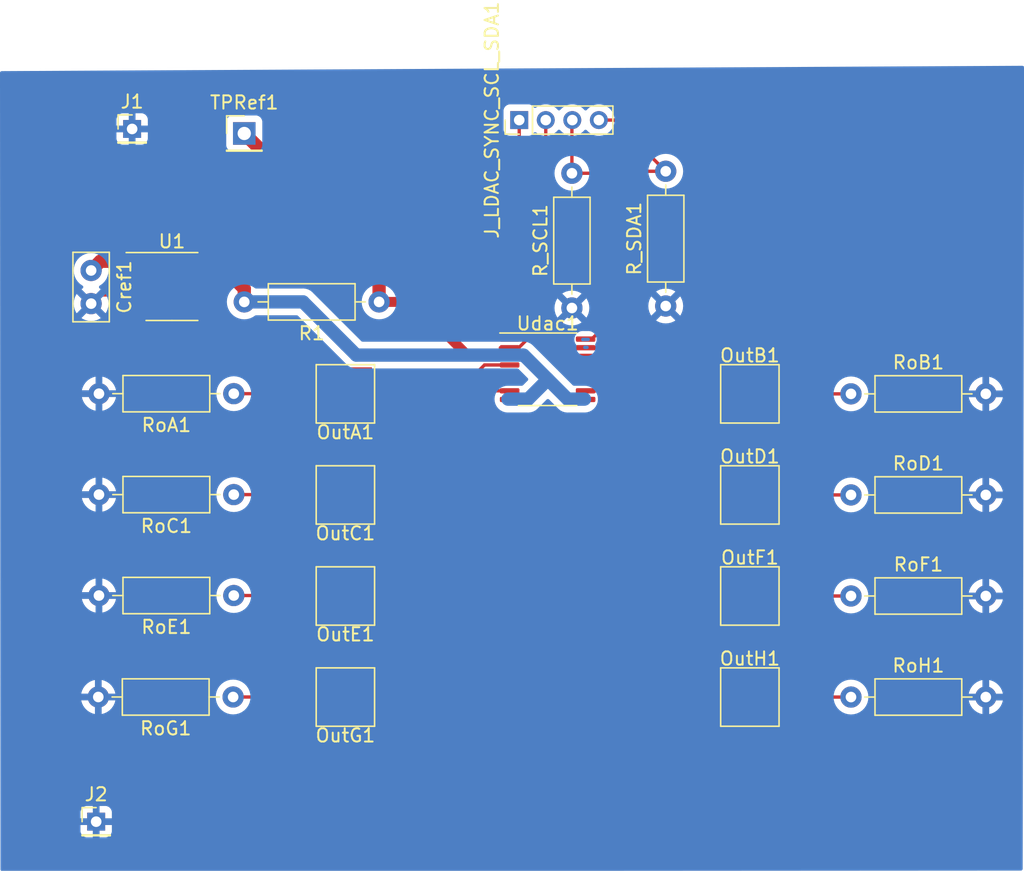
<source format=kicad_pcb>
(kicad_pcb (version 20211014) (generator pcbnew)
  (layers (0 "F.Cu" signal) (31 "B.Cu" signal) (34 "B.Paste" user) (35 "F.Paste" user) (36 "B.SilkS" user "B.Silkscreen") (37 "F.SilkS" user "F.Silkscreen") (38 "B.Mask" user) (39 "F.Mask" user) (44 "Edge.Cuts" user))
  (net 0 "")
  (net 1 "Net-(Udac1-Pad8)")
  (net 2 "GND")
  (net 3 "Net-(Udac1-Pad1)")
  (net 4 "Net-(Udac1-Pad2)")
  (net 5 "Net-(R_SCL1-Pad2)")
  (net 6 "Net-(R_SDA1-Pad2)")
  (net 7 "VoutA")
  (net 8 "VoutC")
  (net 9 "VoutD")
  (net 10 "Net-(OutE1-Pad1)")
  (net 11 "Net-(OutF1-Pad1)")
  (net 12 "Net-(OutG1-Pad1)")
  (net 13 "VoutH")
  (net 14 "+5V")
  (net 15 "VoutB")
  (footprint "Resistor_THT:R_Axial_DIN0207_L6.3mm_D2.5mm_P10.16mm_Horizontal" (layer "F.Cu") (at 37.31 105.96 180)
    (fp_text reference "RoE1" (at 5.08 -2.37) (layer "F.SilkS"))
    (fp_text value "1meg")
    (fp_line (start 1.81 -1.37) (end 1.81 1.37) (layer "F.SilkS") (width 0.12))
    (fp_line (start 1.81 1.37) (end 8.35 1.37) (layer "F.SilkS") (width 0.12))
    (fp_line (start 9.12 0) (end 8.35 0) (layer "F.SilkS") (width 0.12))
    (fp_line (start 8.35 1.37) (end 8.35 -1.37) (layer "F.SilkS") (width 0.12))
    (fp_line (start 8.35 -1.37) (end 1.81 -1.37) (layer "F.SilkS") (width 0.12))
    (fp_line (start 1.04 0) (end 1.81 0) (layer "F.SilkS") (width 0.12))
    (pad "1" thru_hole circle (at 0 0 180) (size 1.6 1.6) (drill 0.8) (layers *.Cu *.Mask) (net 10 "Net-(OutE1-Pad1)"))
    (pad "2" thru_hole oval (at 10.16 0 180) (size 1.6 1.6) (drill 0.8) (layers *.Cu *.Mask) (net 2 "GND"))
  )
  (footprint "TestPoint:TestPoint_Pad_4.0x4.0mm" (layer "F.Cu") (at 45.72 98.374639 180)
    (fp_text reference "OutC1" (at 0 -2.898) (layer "F.SilkS"))
    (fp_text value "TestPoint")
    (fp_line (start 2.2 2.2) (end -2.2 2.2) (layer "F.SilkS") (width 0.12))
    (fp_line (start -2.2 -2.2) (end 2.2 -2.2) (layer "F.SilkS") (width 0.12))
    (fp_line (start 2.2 -2.2) (end 2.2 2.2) (layer "F.SilkS") (width 0.12))
    (fp_line (start -2.2 2.2) (end -2.2 -2.2) (layer "F.SilkS") (width 0.12))
    (pad "1" smd rect (at 0 0 180) (size 4 4) (layers "F.Cu" "F.Mask") (net 8 "VoutC"))
  )
  (footprint "TestPoint:TestPoint_Pad_4.0x4.0mm" (layer "F.Cu") (at 76.2 98.374639)
    (fp_text reference "OutD1" (at 0 -2.898) (layer "F.SilkS"))
    (fp_text value "TestPoint")
    (fp_line (start 2.2 -2.2) (end 2.2 2.2) (layer "F.SilkS") (width 0.12))
    (fp_line (start -2.2 -2.2) (end 2.2 -2.2) (layer "F.SilkS") (width 0.12))
    (fp_line (start 2.2 2.2) (end -2.2 2.2) (layer "F.SilkS") (width 0.12))
    (fp_line (start -2.2 2.2) (end -2.2 -2.2) (layer "F.SilkS") (width 0.12))
    (pad "1" smd rect (at 0 0) (size 4 4) (layers "F.Cu" "F.Mask") (net 9 "VoutD"))
  )
  (footprint "TestPoint:TestPoint_Pad_4.0x4.0mm" (layer "F.Cu") (at 45.72 105.994639 180)
    (fp_text reference "OutE1" (at 0 -2.898) (layer "F.SilkS"))
    (fp_text value "TestPoint")
    (fp_line (start -2.2 2.2) (end -2.2 -2.2) (layer "F.SilkS") (width 0.12))
    (fp_line (start 2.2 2.2) (end -2.2 2.2) (layer "F.SilkS") (width 0.12))
    (fp_line (start 2.2 -2.2) (end 2.2 2.2) (layer "F.SilkS") (width 0.12))
    (fp_line (start -2.2 -2.2) (end 2.2 -2.2) (layer "F.SilkS") (width 0.12))
    (pad "1" smd rect (at 0 0 180) (size 4 4) (layers "F.Cu" "F.Mask") (net 10 "Net-(OutE1-Pad1)"))
  )
  (footprint "TestPoint:TestPoint_Pad_4.0x4.0mm" (layer "F.Cu") (at 76.2 105.994639)
    (fp_text reference "OutF1" (at 0 -2.898) (layer "F.SilkS"))
    (fp_text value "TestPoint")
    (fp_line (start 2.2 -2.2) (end 2.2 2.2) (layer "F.SilkS") (width 0.12))
    (fp_line (start -2.2 -2.2) (end 2.2 -2.2) (layer "F.SilkS") (width 0.12))
    (fp_line (start -2.2 2.2) (end -2.2 -2.2) (layer "F.SilkS") (width 0.12))
    (fp_line (start 2.2 2.2) (end -2.2 2.2) (layer "F.SilkS") (width 0.12))
    (pad "1" smd rect (at 0 0) (size 4 4) (layers "F.Cu" "F.Mask") (net 11 "Net-(OutF1-Pad1)"))
  )
  (footprint "TestPoint:TestPoint_Pad_4.0x4.0mm" (layer "F.Cu") (at 76.2 113.614639)
    (fp_text reference "OutH1" (at 0 -2.898) (layer "F.SilkS"))
    (fp_text value "TestPoint")
    (fp_line (start 2.2 2.2) (end -2.2 2.2) (layer "F.SilkS") (width 0.12))
    (fp_line (start -2.2 2.2) (end -2.2 -2.2) (layer "F.SilkS") (width 0.12))
    (fp_line (start 2.2 -2.2) (end 2.2 2.2) (layer "F.SilkS") (width 0.12))
    (fp_line (start -2.2 -2.2) (end 2.2 -2.2) (layer "F.SilkS") (width 0.12))
    (pad "1" smd rect (at 0 0) (size 4 4) (layers "F.Cu" "F.Mask") (net 13 "VoutH"))
  )
  (footprint "Capacitor_THT:C_Disc_D5.0mm_W2.5mm_P2.50mm" (layer "F.Cu") (at 26.56 81.45 -90)
    (fp_text reference "Cref1" (at 1.25 -2.5 90) (layer "F.SilkS"))
    (fp_text value "100n")
    (fp_line (start -1.37 1.37) (end 3.87 1.37) (layer "F.SilkS") (width 0.12))
    (fp_line (start -1.37 -1.37) (end 3.87 -1.37) (layer "F.SilkS") (width 0.12))
    (fp_line (start -1.37 -1.37) (end -1.37 1.37) (layer "F.SilkS") (width 0.12))
    (fp_line (start 3.87 -1.37) (end 3.87 1.37) (layer "F.SilkS") (width 0.12))
    (pad "1" thru_hole circle (at 0 0 270) (size 1.6 1.6) (drill 0.8) (layers *.Cu *.Mask) (net 1 "Net-(Udac1-Pad8)"))
    (pad "2" thru_hole circle (at 2.5 0 270) (size 1.6 1.6) (drill 0.8) (layers *.Cu *.Mask) (net 2 "GND"))
  )
  (footprint "Connector_PinHeader_2.00mm:PinHeader_1x01_P2.00mm_Vertical" (layer "F.Cu") (at 29.65 70.78)
    (fp_text reference "J1" (at 0 -2.06) (layer "F.SilkS"))
    (fp_text value "Conn_01x01_Male")
    (fp_line (start -1.06 1) (end -1.06 1.06) (layer "F.SilkS") (width 0.12))
    (fp_line (start -1.06 1.06) (end 1.06 1.06) (layer "F.SilkS") (width 0.12))
    (fp_line (start -1.06 1) (end 1.06 1) (layer "F.SilkS") (width 0.12))
    (fp_line (start -1.06 0) (end -1.06 -1.06) (layer "F.SilkS") (width 0.12))
    (fp_line (start -1.06 -1.06) (end 0 -1.06) (layer "F.SilkS") (width 0.12))
    (fp_line (start 1.06 1) (end 1.06 1.06) (layer "F.SilkS") (width 0.12))
    (pad "1" thru_hole rect (at 0 0) (size 1.35 1.35) (drill 0.8) (layers *.Cu *.Mask) (net 2 "GND"))
  )
  (footprint "Resistor_THT:R_Axial_DIN0207_L6.3mm_D2.5mm_P10.16mm_Horizontal" (layer "F.Cu") (at 37.31 98.35 180)
    (fp_text reference "RoC1" (at 5.08 -2.37) (layer "F.SilkS"))
    (fp_text value "1meg")
    (fp_line (start 9.12 0) (end 8.35 0) (layer "F.SilkS") (width 0.12))
    (fp_line (start 1.04 0) (end 1.81 0) (layer "F.SilkS") (width 0.12))
    (fp_line (start 1.81 1.37) (end 8.35 1.37) (layer "F.SilkS") (width 0.12))
    (fp_line (start 1.81 -1.37) (end 1.81 1.37) (layer "F.SilkS") (width 0.12))
    (fp_line (start 8.35 -1.37) (end 1.81 -1.37) (layer "F.SilkS") (width 0.12))
    (fp_line (start 8.35 1.37) (end 8.35 -1.37) (layer "F.SilkS") (width 0.12))
    (pad "1" thru_hole circle (at 0 0 180) (size 1.6 1.6) (drill 0.8) (layers *.Cu *.Mask) (net 8 "VoutC"))
    (pad "2" thru_hole oval (at 10.16 0 180) (size 1.6 1.6) (drill 0.8) (layers *.Cu *.Mask) (net 2 "GND"))
  )
  (footprint "Connector_PinHeader_2.00mm:PinHeader_1x04_P2.00mm_Vertical" (layer "F.Cu") (at 58.82 70.11 90)
    (fp_text reference "J_LDAC_SYNC_SCL_SDA1" (at 0 -2.06 90) (layer "F.SilkS"))
    (fp_text value "Conn_01x04_Male")
    (fp_line (start 1.06 1) (end 1.06 7.06) (layer "F.SilkS") (width 0.12))
    (fp_line (start -1.06 1) (end -1.06 7.06) (layer "F.SilkS") (width 0.12))
    (fp_line (start -1.06 1) (end 1.06 1) (layer "F.SilkS") (width 0.12))
    (fp_line (start -1.06 7.06) (end 1.06 7.06) (layer "F.SilkS") (width 0.12))
    (fp_line (start -1.06 -1.06) (end 0 -1.06) (layer "F.SilkS") (width 0.12))
    (fp_line (start -1.06 0) (end -1.06 -1.06) (layer "F.SilkS") (width 0.12))
    (pad "1" thru_hole rect (at 0 0 90) (size 1.35 1.35) (drill 0.8) (layers *.Cu *.Mask) (net 3 "Net-(Udac1-Pad1)"))
    (pad "2" thru_hole oval (at 0 2 90) (size 1.35 1.35) (drill 0.8) (layers *.Cu *.Mask) (net 4 "Net-(Udac1-Pad2)"))
    (pad "3" thru_hole oval (at 0 4 90) (size 1.35 1.35) (drill 0.8) (layers *.Cu *.Mask) (net 5 "Net-(R_SCL1-Pad2)"))
    (pad "4" thru_hole oval (at 0 6 90) (size 1.35 1.35) (drill 0.8) (layers *.Cu *.Mask) (net 6 "Net-(R_SDA1-Pad2)"))
  )
  (footprint "Connector_PinHeader_2.54mm:PinHeader_1x01_P2.54mm_Vertical" (layer "F.Cu") (at 38.1 71.12)
    (fp_text reference "TPRef1" (at 0 -2.33) (layer "F.SilkS"))
    (fp_text value "Conn_01x01_Male")
    (fp_line (start -1.33 1.33) (end 1.33 1.33) (layer "F.SilkS") (width 0.12))
    (fp_line (start -1.33 1.27) (end 1.33 1.27) (layer "F.SilkS") (width 0.12))
    (fp_line (start -1.33 0) (end -1.33 -1.33) (layer "F.SilkS") (width 0.12))
    (fp_line (start 1.33 1.27) (end 1.33 1.33) (layer "F.SilkS") (width 0.12))
    (fp_line (start -1.33 1.27) (end -1.33 1.33) (layer "F.SilkS") (width 0.12))
    (fp_line (start -1.33 -1.33) (end 0 -1.33) (layer "F.SilkS") (width 0.12))
    (pad "1" thru_hole rect (at 0 0) (size 1.7 1.7) (drill 1) (layers *.Cu *.Mask) (net 14 "+5V"))
  )
  (footprint "Package_SO:SOIC-8_3.9x4.9mm_P1.27mm" (layer "F.Cu") (at 32.65 82.66)
    (fp_text reference "U1" (at 0 -3.4) (layer "F.SilkS"))
    (fp_text value "TL431D")
    (fp_line (start 0 2.56) (end -1.95 2.56) (layer "F.SilkS") (width 0.12))
    (fp_line (start 0 2.56) (end 1.95 2.56) (layer "F.SilkS") (width 0.12))
    (fp_line (start 0 -2.56) (end 1.95 -2.56) (layer "F.SilkS") (width 0.12))
    (fp_line (start 0 -2.56) (end -3.45 -2.56) (layer "F.SilkS") (width 0.12))
    (pad "1" smd roundrect (at -2.475 -1.905) (size 1.95 0.6) (layers "F.Cu" "F.Paste" "F.Mask") (net 1 "Net-(Udac1-Pad8)"))
    (pad "2" smd roundrect (at -2.475 -0.635) (size 1.95 0.6) (layers "F.Cu" "F.Paste" "F.Mask") (net 2 "GND"))
    (pad "3" smd roundrect (at -2.475 0.635) (size 1.95 0.6) (layers "F.Cu" "F.Paste" "F.Mask") (net 2 "GND"))
    (pad "4" smd roundrect (at -2.475 1.905) (size 1.95 0.6) (layers "F.Cu" "F.Paste" "F.Mask"))
    (pad "5" smd roundrect (at 2.475 1.905) (size 1.95 0.6) (layers "F.Cu" "F.Paste" "F.Mask"))
    (pad "6" smd roundrect (at 2.475 0.635) (size 1.95 0.6) (layers "F.Cu" "F.Paste" "F.Mask") (net 2 "GND"))
    (pad "7" smd roundrect (at 2.475 -0.635) (size 1.95 0.6) (layers "F.Cu" "F.Paste" "F.Mask") (net 2 "GND"))
    (pad "8" smd roundrect (at 2.475 -1.905) (size 1.95 0.6) (layers "F.Cu" "F.Paste" "F.Mask") (net 1 "Net-(Udac1-Pad8)"))
  )
  (footprint "Resistor_THT:R_Axial_DIN0207_L6.3mm_D2.5mm_P10.16mm_Horizontal" (layer "F.Cu") (at 83.82 98.374639)
    (fp_text reference "RoD1" (at 5.08 -2.37) (layer "F.SilkS"))
    (fp_text value "1meg")
    (fp_line (start 9.12 0) (end 8.35 0) (layer "F.SilkS") (width 0.12))
    (fp_line (start 1.81 1.37) (end 8.35 1.37) (layer "F.SilkS") (width 0.12))
    (fp_line (start 1.81 -1.37) (end 1.81 1.37) (layer "F.SilkS") (width 0.12))
    (fp_line (start 1.04 0) (end 1.81 0) (layer "F.SilkS") (width 0.12))
    (fp_line (start 8.35 1.37) (end 8.35 -1.37) (layer "F.SilkS") (width 0.12))
    (fp_line (start 8.35 -1.37) (end 1.81 -1.37) (layer "F.SilkS") (width 0.12))
    (pad "1" thru_hole circle (at 0 0) (size 1.6 1.6) (drill 0.8) (layers *.Cu *.Mask) (net 9 "VoutD"))
    (pad "2" thru_hole oval (at 10.16 0) (size 1.6 1.6) (drill 0.8) (layers *.Cu *.Mask) (net 2 "GND"))
  )
  (footprint "Resistor_THT:R_Axial_DIN0207_L6.3mm_D2.5mm_P10.16mm_Horizontal" (layer "F.Cu") (at 83.82 105.994639)
    (fp_text reference "RoF1" (at 5.08 -2.37) (layer "F.SilkS"))
    (fp_text value "1meg")
    (fp_line (start 1.81 -1.37) (end 1.81 1.37) (layer "F.SilkS") (width 0.12))
    (fp_line (start 1.81 1.37) (end 8.35 1.37) (layer "F.SilkS") (width 0.12))
    (fp_line (start 8.35 -1.37) (end 1.81 -1.37) (layer "F.SilkS") (width 0.12))
    (fp_line (start 9.12 0) (end 8.35 0) (layer "F.SilkS") (width 0.12))
    (fp_line (start 1.04 0) (end 1.81 0) (layer "F.SilkS") (width 0.12))
    (fp_line (start 8.35 1.37) (end 8.35 -1.37) (layer "F.SilkS") (width 0.12))
    (pad "1" thru_hole circle (at 0 0) (size 1.6 1.6) (drill 0.8) (layers *.Cu *.Mask) (net 11 "Net-(OutF1-Pad1)"))
    (pad "2" thru_hole oval (at 10.16 0) (size 1.6 1.6) (drill 0.8) (layers *.Cu *.Mask) (net 2 "GND"))
  )
  (footprint "Package_SO:TSSOP-16_4.4x5mm_P0.65mm" (layer "F.Cu") (at 60.96 88.9)
    (fp_text reference "Udac1" (at 0 -3.45) (layer "F.SilkS"))
    (fp_text value "DAC5578xPW")
    (fp_line (start 0 -2.735) (end 2.2 -2.735) (layer "F.SilkS") (width 0.12))
    (fp_line (start 0 2.735) (end 2.2 2.735) (layer "F.SilkS") (width 0.12))
    (fp_line (start 0 -2.735) (end -3.6 -2.735) (layer "F.SilkS") (width 0.12))
    (fp_line (start 0 2.735) (end -2.2 2.735) (layer "F.SilkS") (width 0.12))
    (pad "1" smd roundrect (at -2.8625 -2.275) (size 1.475 0.4) (layers "F.Cu" "F.Paste" "F.Mask") (net 3 "Net-(Udac1-Pad1)"))
    (pad "2" smd roundrect (at -2.8625 -1.625) (size 1.475 0.4) (layers "F.Cu" "F.Paste" "F.Mask") (net 4 "Net-(Udac1-Pad2)"))
    (pad "3" smd roundrect (at -2.8625 -0.975) (size 1.475 0.4) (layers "F.Cu" "F.Paste" "F.Mask") (net 14 "+5V"))
    (pad "4" smd roundrect (at -2.8625 -0.325) (size 1.475 0.4) (layers "F.Cu" "F.Paste" "F.Mask") (net 7 "VoutA"))
    (pad "5" smd roundrect (at -2.8625 0.325) (size 1.475 0.4) (layers "F.Cu" "F.Paste" "F.Mask") (net 8 "VoutC"))
    (pad "6" smd roundrect (at -2.8625 0.975) (size 1.475 0.4) (layers "F.Cu" "F.Paste" "F.Mask") (net 10 "Net-(OutE1-Pad1)"))
    (pad "7" smd roundrect (at -2.8625 1.625) (size 1.475 0.4) (layers "F.Cu" "F.Paste" "F.Mask") (net 12 "Net-(OutG1-Pad1)"))
    (pad "8" smd roundrect (at -2.8625 2.275) (size 1.475 0.4) (layers "F.Cu" "F.Paste" "F.Mask") (net 1 "Net-(Udac1-Pad8)"))
    (pad "9" smd roundrect (at 2.8625 2.275) (size 1.475 0.4) (layers "F.Cu" "F.Paste" "F.Mask") (net 1 "Net-(Udac1-Pad8)"))
    (pad "10" smd roundrect (at 2.8625 1.625) (size 1.475 0.4) (layers "F.Cu" "F.Paste" "F.Mask") (net 13 "VoutH"))
    (pad "11" smd roundrect (at 2.8625 0.975) (size 1.475 0.4) (layers "F.Cu" "F.Paste" "F.Mask") (net 11 "Net-(OutF1-Pad1)"))
    (pad "12" smd roundrect (at 2.8625 0.325) (size 1.475 0.4) (layers "F.Cu" "F.Paste" "F.Mask") (net 9 "VoutD"))
    (pad "13" smd roundrect (at 2.8625 -0.325) (size 1.475 0.4) (layers "F.Cu" "F.Paste" "F.Mask") (net 15 "VoutB"))
    (pad "14" smd roundrect (at 2.8625 -0.975) (size 1.475 0.4) (layers "F.Cu" "F.Paste" "F.Mask") (net 2 "GND"))
    (pad "15" smd roundrect (at 2.8625 -1.625) (size 1.475 0.4) (layers "F.Cu" "F.Paste" "F.Mask") (net 6 "Net-(R_SDA1-Pad2)"))
    (pad "16" smd roundrect (at 2.8625 -2.275) (size 1.475 0.4) (layers "F.Cu" "F.Paste" "F.Mask") (net 5 "Net-(R_SCL1-Pad2)"))
  )
  (footprint "Connector_PinHeader_2.00mm:PinHeader_1x01_P2.00mm_Vertical" (layer "F.Cu") (at 26.94 123.01)
    (fp_text reference "J2" (at 0 -2.06) (layer "F.SilkS"))
    (fp_text value "Conn_01x01_Male")
    (fp_line (start -1.06 -1.06) (end 0 -1.06) (layer "F.SilkS") (width 0.12))
    (fp_line (start -1.06 1) (end 1.06 1) (layer "F.SilkS") (width 0.12))
    (fp_line (start -1.06 0) (end -1.06 -1.06) (layer "F.SilkS") (width 0.12))
    (fp_line (start -1.06 1.06) (end 1.06 1.06) (layer "F.SilkS") (width 0.12))
    (fp_line (start -1.06 1) (end -1.06 1.06) (layer "F.SilkS") (width 0.12))
    (fp_line (start 1.06 1) (end 1.06 1.06) (layer "F.SilkS") (width 0.12))
    (pad "1" thru_hole rect (at 0 0) (size 1.35 1.35) (drill 0.8) (layers *.Cu *.Mask) (net 2 "GND"))
  )
  (footprint "Resistor_THT:R_Axial_DIN0207_L6.3mm_D2.5mm_P10.16mm_Horizontal" (layer "F.Cu") (at 62.79 84.28 90)
    (fp_text reference "R_SCL1" (at 5.08 -2.37 90) (layer "F.SilkS"))
    (fp_text value "10k")
    (fp_line (start 9.12 0) (end 8.35 0) (layer "F.SilkS") (width 0.12))
    (fp_line (start 1.81 -1.37) (end 1.81 1.37) (layer "F.SilkS") (width 0.12))
    (fp_line (start 1.81 1.37) (end 8.35 1.37) (layer "F.SilkS") (width 0.12))
    (fp_line (start 1.04 0) (end 1.81 0) (layer "F.SilkS") (width 0.12))
    (fp_line (start 8.35 1.37) (end 8.35 -1.37) (layer "F.SilkS") (width 0.12))
    (fp_line (start 8.35 -1.37) (end 1.81 -1.37) (layer "F.SilkS") (width 0.12))
    (pad "1" thru_hole circle (at 0 0 90) (size 1.6 1.6) (drill 0.8) (layers *.Cu *.Mask) (net 2 "GND"))
    (pad "2" thru_hole oval (at 10.16 0 90) (size 1.6 1.6) (drill 0.8) (layers *.Cu *.Mask) (net 5 "Net-(R_SCL1-Pad2)"))
  )
  (footprint "Resistor_THT:R_Axial_DIN0207_L6.3mm_D2.5mm_P10.16mm_Horizontal" (layer "F.Cu") (at 48.26 83.82 180)
    (fp_text reference "R1" (at 5.08 -2.37) (layer "F.SilkS"))
    (fp_text value "R")
    (fp_line (start 1.04 0) (end 1.81 0) (layer "F.SilkS") (width 0.12))
    (fp_line (start 1.81 -1.37) (end 1.81 1.37) (layer "F.SilkS") (width 0.12))
    (fp_line (start 1.81 1.37) (end 8.35 1.37) (layer "F.SilkS") (width 0.12))
    (fp_line (start 8.35 1.37) (end 8.35 -1.37) (layer "F.SilkS") (width 0.12))
    (fp_line (start 8.35 -1.37) (end 1.81 -1.37) (layer "F.SilkS") (width 0.12))
    (fp_line (start 9.12 0) (end 8.35 0) (layer "F.SilkS") (width 0.12))
    (pad "1" thru_hole circle (at 0 0 180) (size 1.6 1.6) (drill 0.8) (layers *.Cu *.Mask) (net 14 "+5V"))
    (pad "2" thru_hole oval (at 10.16 0 180) (size 1.6 1.6) (drill 0.8) (layers *.Cu *.Mask) (net 1 "Net-(Udac1-Pad8)"))
  )
  (footprint "Resistor_THT:R_Axial_DIN0207_L6.3mm_D2.5mm_P10.16mm_Horizontal" (layer "F.Cu") (at 37.31 90.74 180)
    (fp_text reference "RoA1" (at 5.08 -2.37) (layer "F.SilkS"))
    (fp_text value "1meg")
    (fp_line (start 8.35 -1.37) (end 1.81 -1.37) (layer "F.SilkS") (width 0.12))
    (fp_line (start 9.12 0) (end 8.35 0) (layer "F.SilkS") (width 0.12))
    (fp_line (start 1.81 -1.37) (end 1.81 1.37) (layer "F.SilkS") (width 0.12))
    (fp_line (start 8.35 1.37) (end 8.35 -1.37) (layer "F.SilkS") (width 0.12))
    (fp_line (start 1.04 0) (end 1.81 0) (layer "F.SilkS") (width 0.12))
    (fp_line (start 1.81 1.37) (end 8.35 1.37) (layer "F.SilkS") (width 0.12))
    (pad "1" thru_hole circle (at 0 0 180) (size 1.6 1.6) (drill 0.8) (layers *.Cu *.Mask) (net 7 "VoutA"))
    (pad "2" thru_hole oval (at 10.16 0 180) (size 1.6 1.6) (drill 0.8) (layers *.Cu *.Mask) (net 2 "GND"))
  )
  (footprint "TestPoint:TestPoint_Pad_4.0x4.0mm" (layer "F.Cu") (at 45.72 90.754639 180)
    (fp_text reference "OutA1" (at 0 -2.898) (layer "F.SilkS"))
    (fp_text value "TestPoint")
    (fp_line (start 2.2 -2.2) (end 2.2 2.2) (layer "F.SilkS") (width 0.12))
    (fp_line (start -2.2 -2.2) (end 2.2 -2.2) (layer "F.SilkS") (width 0.12))
    (fp_line (start 2.2 2.2) (end -2.2 2.2) (layer "F.SilkS") (width 0.12))
    (fp_line (start -2.2 2.2) (end -2.2 -2.2) (layer "F.SilkS") (width 0.12))
    (pad "1" smd rect (at 0 0 180) (size 4 4) (layers "F.Cu" "F.Mask") (net 7 "VoutA"))
  )
  (footprint "TestPoint:TestPoint_Pad_4.0x4.0mm" (layer "F.Cu") (at 45.72 113.614639 180)
    (fp_text reference "OutG1" (at 0 -2.898) (layer "F.SilkS"))
    (fp_text value "TestPoint")
    (fp_line (start -2.2 2.2) (end -2.2 -2.2) (layer "F.SilkS") (width 0.12))
    (fp_line (start 2.2 2.2) (end -2.2 2.2) (layer "F.SilkS") (width 0.12))
    (fp_line (start 2.2 -2.2) (end 2.2 2.2) (layer "F.SilkS") (width 0.12))
    (fp_line (start -2.2 -2.2) (end 2.2 -2.2) (layer "F.SilkS") (width 0.12))
    (pad "1" smd rect (at 0 0 180) (size 4 4) (layers "F.Cu" "F.Mask") (net 12 "Net-(OutG1-Pad1)"))
  )
  (footprint "Resistor_THT:R_Axial_DIN0207_L6.3mm_D2.5mm_P10.16mm_Horizontal" (layer "F.Cu") (at 83.82 113.614639)
    (fp_text reference "RoH1" (at 5.08 -2.37) (layer "F.SilkS"))
    (fp_text value "1meg")
    (fp_line (start 1.81 -1.37) (end 1.81 1.37) (layer "F.SilkS") (width 0.12))
    (fp_line (start 1.81 1.37) (end 8.35 1.37) (layer "F.SilkS") (width 0.12))
    (fp_line (start 9.12 0) (end 8.35 0) (layer "F.SilkS") (width 0.12))
    (fp_line (start 1.04 0) (end 1.81 0) (layer "F.SilkS") (width 0.12))
    (fp_line (start 8.35 -1.37) (end 1.81 -1.37) (layer "F.SilkS") (width 0.12))
    (fp_line (start 8.35 1.37) (end 8.35 -1.37) (layer "F.SilkS") (width 0.12))
    (pad "1" thru_hole circle (at 0 0) (size 1.6 1.6) (drill 0.8) (layers *.Cu *.Mask) (net 13 "VoutH"))
    (pad "2" thru_hole oval (at 10.16 0) (size 1.6 1.6) (drill 0.8) (layers *.Cu *.Mask) (net 2 "GND"))
  )
  (footprint "TestPoint:TestPoint_Pad_4.0x4.0mm" (layer "F.Cu") (at 76.2 90.754639)
    (fp_text reference "OutB1" (at 0 -2.898) (layer "F.SilkS"))
    (fp_text value "TestPoint")
    (fp_line (start 2.2 2.2) (end -2.2 2.2) (layer "F.SilkS") (width 0.12))
    (fp_line (start -2.2 2.2) (end -2.2 -2.2) (layer "F.SilkS") (width 0.12))
    (fp_line (start -2.2 -2.2) (end 2.2 -2.2) (layer "F.SilkS") (width 0.12))
    (fp_line (start 2.2 -2.2) (end 2.2 2.2) (layer "F.SilkS") (width 0.12))
    (pad "1" smd rect (at 0 0) (size 4 4) (layers "F.Cu" "F.Mask") (net 15 "VoutB"))
  )
  (footprint "Resistor_THT:R_Axial_DIN0207_L6.3mm_D2.5mm_P10.16mm_Horizontal" (layer "F.Cu") (at 69.86 84.13 90)
    (fp_text reference "R_SDA1" (at 5.08 -2.37 90) (layer "F.SilkS"))
    (fp_text value "10k")
    (fp_line (start 8.35 1.37) (end 8.35 -1.37) (layer "F.SilkS") (width 0.12))
    (fp_line (start 9.12 0) (end 8.35 0) (layer "F.SilkS") (width 0.12))
    (fp_line (start 1.81 -1.37) (end 1.81 1.37) (layer "F.SilkS") (width 0.12))
    (fp_line (start 1.81 1.37) (end 8.35 1.37) (layer "F.SilkS") (width 0.12))
    (fp_line (start 8.35 -1.37) (end 1.81 -1.37) (layer "F.SilkS") (width 0.12))
    (fp_line (start 1.04 0) (end 1.81 0) (layer "F.SilkS") (width 0.12))
    (pad "1" thru_hole circle (at 0 0 90) (size 1.6 1.6) (drill 0.8) (layers *.Cu *.Mask) (net 2 "GND"))
    (pad "2" thru_hole oval (at 10.16 0 90) (size 1.6 1.6) (drill 0.8) (layers *.Cu *.Mask) (net 6 "Net-(R_SDA1-Pad2)"))
  )
  (footprint "Resistor_THT:R_Axial_DIN0207_L6.3mm_D2.5mm_P10.16mm_Horizontal" (layer "F.Cu") (at 37.26 113.61 180)
    (fp_text reference "RoG1" (at 5.08 -2.37) (layer "F.SilkS"))
    (fp_text value "1meg")
    (fp_line (start 9.12 0) (end 8.35 0) (layer "F.SilkS") (width 0.12))
    (fp_line (start 1.04 0) (end 1.81 0) (layer "F.SilkS") (width 0.12))
    (fp_line (start 8.35 1.37) (end 8.35 -1.37) (layer "F.SilkS") (width 0.12))
    (fp_line (start 1.81 1.37) (end 8.35 1.37) (layer "F.SilkS") (width 0.12))
    (fp_line (start 1.81 -1.37) (end 1.81 1.37) (layer "F.SilkS") (width 0.12))
    (fp_line (start 8.35 -1.37) (end 1.81 -1.37) (layer "F.SilkS") (width 0.12))
    (pad "1" thru_hole circle (at 0 0 180) (size 1.6 1.6) (drill 0.8) (layers *.Cu *.Mask) (net 12 "Net-(OutG1-Pad1)"))
    (pad "2" thru_hole oval (at 10.16 0 180) (size 1.6 1.6) (drill 0.8) (layers *.Cu *.Mask) (net 2 "GND"))
  )
  (footprint "Resistor_THT:R_Axial_DIN0207_L6.3mm_D2.5mm_P10.16mm_Horizontal" (layer "F.Cu") (at 83.82 90.754639)
    (fp_text reference "RoB1" (at 5.08 -2.37) (layer "F.SilkS"))
    (fp_text value "1meg")
    (fp_line (start 1.81 -1.37) (end 1.81 1.37) (layer "F.SilkS") (width 0.12))
    (fp_line (start 9.12 0) (end 8.35 0) (layer "F.SilkS") (width 0.12))
    (fp_line (start 8.35 -1.37) (end 1.81 -1.37) (layer "F.SilkS") (width 0.12))
    (fp_line (start 8.35 1.37) (end 8.35 -1.37) (layer "F.SilkS") (width 0.12))
    (fp_line (start 1.81 1.37) (end 8.35 1.37) (layer "F.SilkS") (width 0.12))
    (fp_line (start 1.04 0) (end 1.81 0) (layer "F.SilkS") (width 0.12))
    (pad "1" thru_hole circle (at 0 0) (size 1.6 1.6) (drill 0.8) (layers *.Cu *.Mask) (net 15 "VoutB"))
    (pad "2" thru_hole oval (at 10.16 0) (size 1.6 1.6) (drill 0.8) (layers *.Cu *.Mask) (net 2 "GND"))
  )
  (segment (start 30.175 80.755) (end 27.255 80.755) (width 1) (layer "F.Cu") (net 1))
  (segment (start 38.1 82.823598) (end 36.031402 80.755) (width 1) (layer "F.Cu") (net 1))
  (segment (start 27.255 80.755) (end 26.56 81.45) (width 1) (layer "F.Cu") (net 1))
  (segment (start 35.125 80.755) (end 30.175 80.755) (width 1) (layer "F.Cu") (net 1))
  (segment (start 36.031402 80.755) (end 35.125 80.755) (width 1) (layer "F.Cu") (net 1))
  (segment (start 38.1 83.82) (end 38.1 82.823598) (width 1) (layer "F.Cu") (net 1))
  (segment (start 42.53 83.82) (end 45.76 87.05) (width 1) (layer "B.Cu") (net 1))
  (segment (start 46.54 87.83) (end 59.06 87.83) (width 1) (layer "B.Cu") (net 1))
  (segment (start 60.925 89.605) (end 60.98 89.66) (width 0.25) (layer "B.Cu") (net 1))
  (segment (start 59.15 87.83) (end 60.925 89.605) (width 1) (layer "B.Cu") (net 1))
  (segment (start 59.06 87.83) (end 59.15 87.83) (width 0.25) (layer "B.Cu") (net 1))
  (segment (start 59.49 91.15) (end 57.97 91.15) (width 1) (layer "B.Cu") (net 1))
  (segment (start 62.47 91.15) (end 63.74 91.15) (width 1) (layer "B.Cu") (net 1))
  (segment (start 45.76 87.05) (end 46.54 87.83) (width 1) (layer "B.Cu") (net 1))
  (segment (start 60.98 89.66) (end 59.49 91.15) (width 1) (layer "B.Cu") (net 1))
  (segment (start 60.925 89.605) (end 62.47 91.15) (width 1) (layer "B.Cu") (net 1))
  (segment (start 38.1 83.82) (end 42.53 83.82) (width 1) (layer "B.Cu") (net 1))
  (segment (start 30.175 82.025) (end 30.175 83.295) (width 0.25) (layer "F.Cu") (net 2))
  (segment (start 62.79 84.28) (end 61.990001 85.079999) (width 0.25) (layer "F.Cu") (net 2))
  (segment (start 27.215 83.295) (end 26.56 83.95) (width 0.25) (layer "F.Cu") (net 2))
  (segment (start 35.125 82.025) (end 35.125 83.295) (width 0.25) (layer "F.Cu") (net 2))
  (segment (start 61.990001 85.079999) (end 61.990001 87.000001) (width 0.25) (layer "F.Cu") (net 2))
  (segment (start 30.175 83.295) (end 27.215 83.295) (width 0.25) (layer "F.Cu") (net 2))
  (segment (start 61.990001 87.000001) (end 62.915 87.925) (width 0.25) (layer "F.Cu") (net 2))
  (segment (start 62.915 87.925) (end 63.8225 87.925) (width 0.25) (layer "F.Cu") (net 2))
  (segment (start 30.175 82.025) (end 35.125 82.025) (width 0.25) (layer "F.Cu") (net 2))
  (segment (start 63.8225 87.925) (end 64.510361 87.925) (width 0.25) (layer "F.Cu") (net 2))
  (segment (start 58.82 70.11) (end 58.82 85.9025) (width 0.25) (layer "F.Cu") (net 3))
  (segment (start 58.82 85.9025) (end 58.0975 86.625) (width 0.25) (layer "F.Cu") (net 3))
  (segment (start 58.0975 87.275) (end 57.395357 87.275) (width 0.25) (layer "F.Cu") (net 4))
  (segment (start 60.82 85.240361) (end 60.82 70.11) (width 0.25) (layer "F.Cu") (net 4))
  (segment (start 58.0975 87.275) (end 58.785361 87.275) (width 0.25) (layer "F.Cu") (net 4))
  (segment (start 58.785361 87.275) (end 60.82 85.240361) (width 0.25) (layer "F.Cu") (net 4))
  (segment (start 63.8225 86.625) (end 64.285 86.625) (width 0.25) (layer "F.Cu") (net 5))
  (segment (start 65.41 75.31) (end 64.22 74.12) (width 0.25) (layer "F.Cu") (net 5))
  (segment (start 62.79 70.14) (end 62.82 70.11) (width 0.25) (layer "F.Cu") (net 5))
  (segment (start 64.22 74.12) (end 62.79 74.12) (width 0.25) (layer "F.Cu") (net 5))
  (segment (start 62.79 74.12) (end 62.79 70.14) (width 0.25) (layer "F.Cu") (net 5))
  (segment (start 64.285 86.625) (end 65.41 85.5) (width 0.25) (layer "F.Cu") (net 5))
  (segment (start 65.41 85.5) (end 65.41 75.31) (width 0.25) (layer "F.Cu") (net 5))
  (segment (start 64.02 86.65) (end 63.62 86.65) (width 0.25) (layer "B.Cu") (net 5))
  (segment (start 63.62 86.65) (end 63.61 86.66) (width 0.25) (layer "B.Cu") (net 5))
  (segment (start 66.055 87.275) (end 63.8225 87.275) (width 0.25) (layer "F.Cu") (net 6))
  (segment (start 66.8 86.53) (end 66.055 87.275) (width 0.25) (layer "F.Cu") (net 6))
  (segment (start 67.54 73.97) (end 66.8 74.71) (width 0.25) (layer "F.Cu") (net 6))
  (segment (start 66.8 74.71) (end 66.8 86.53) (width 0.25) (layer "F.Cu") (net 6))
  (segment (start 66 70.11) (end 69.86 73.97) (width 0.25) (layer "F.Cu") (net 6))
  (segment (start 64.82 70.11) (end 66 70.11) (width 0.25) (layer "F.Cu") (net 6))
  (segment (start 69.86 73.97) (end 67.54 73.97) (width 0.25) (layer "F.Cu") (net 6))
  (segment (start 63.93 87.25) (end 63.76 87.25) (width 0.25) (layer "B.Cu") (net 6))
  (segment (start 37.31 90.74) (end 45.705361 90.74) (width 0.25) (layer "F.Cu") (net 7))
  (segment (start 53.34 91.44) (end 46.405361 91.44) (width 0.25) (layer "F.Cu") (net 7))
  (segment (start 45.72 91.44) (end 45.72 90.754639) (width 0.25) (layer "F.Cu") (net 7))
  (segment (start 45.705361 90.74) (end 45.72 90.754639) (width 0.25) (layer "F.Cu") (net 7))
  (segment (start 56.205 88.575) (end 53.34 91.44) (width 0.25) (layer "F.Cu") (net 7))
  (segment (start 58.0975 88.575) (end 56.205 88.575) (width 0.25) (layer "F.Cu") (net 7))
  (segment (start 46.405361 91.44) (end 45.72 90.754639) (width 0.25) (layer "F.Cu") (net 7))
  (segment (start 58.0975 89.225) (end 56.190718 89.225) (width 0.25) (layer "F.Cu") (net 8))
  (segment (start 56.190718 89.225) (end 53.34 92.075718) (width 0.25) (layer "F.Cu") (net 8))
  (segment (start 51.485361 98.374639) (end 45.72 98.374639) (width 0.25) (layer "F.Cu") (net 8))
  (segment (start 45.695361 98.35) (end 45.72 98.374639) (width 0.25) (layer "F.Cu") (net 8))
  (segment (start 53.34 92.075718) (end 53.34 96.52) (width 0.25) (layer "F.Cu") (net 8))
  (segment (start 53.34 96.52) (end 51.485361 98.374639) (width 0.25) (layer "F.Cu") (net 8))
  (segment (start 37.31 98.35) (end 45.695361 98.35) (width 0.25) (layer "F.Cu") (net 8))
  (segment (start 76.2 98.374639) (end 83.82 98.374639) (width 0.25) (layer "F.Cu") (net 9))
  (segment (start 68.58 92.075718) (end 68.58 96.52) (width 0.25) (layer "F.Cu") (net 9))
  (segment (start 70.434639 98.374639) (end 76.2 98.374639) (width 0.25) (layer "F.Cu") (net 9))
  (segment (start 65.729282 89.225) (end 68.58 92.075718) (width 0.25) (layer "F.Cu") (net 9))
  (segment (start 68.58 96.52) (end 70.434639 98.374639) (width 0.25) (layer "F.Cu") (net 9))
  (segment (start 63.8225 89.225) (end 65.729282 89.225) (width 0.25) (layer "F.Cu") (net 9))
  (segment (start 48.945361 105.994639) (end 45.72 105.994639) (width 0.25) (layer "F.Cu") (net 10))
  (segment (start 45.685361 105.96) (end 45.72 105.994639) (width 0.25) (layer "F.Cu") (net 10))
  (segment (start 37.31 105.96) (end 45.685361 105.96) (width 0.25) (layer "F.Cu") (net 10))
  (segment (start 56.176436 89.875) (end 53.975718 92.075718) (width 0.25) (layer "F.Cu") (net 10))
  (segment (start 58.0975 89.875) (end 56.176436 89.875) (width 0.25) (layer "F.Cu") (net 10))
  (segment (start 53.975718 100.964282) (end 48.945361 105.994639) (width 0.25) (layer "F.Cu") (net 10))
  (segment (start 53.975718 92.075718) (end 53.975718 100.964282) (width 0.25) (layer "F.Cu") (net 10))
  (segment (start 67.944282 100.964282) (end 72.974639 105.994639) (width 0.25) (layer "F.Cu") (net 11))
  (segment (start 67.944282 92.075718) (end 67.944282 100.964282) (width 0.25) (layer "F.Cu") (net 11))
  (segment (start 72.974639 105.994639) (end 76.2 105.994639) (width 0.25) (layer "F.Cu") (net 11))
  (segment (start 63.8225 89.875) (end 65.743564 89.875) (width 0.25) (layer "F.Cu") (net 11))
  (segment (start 65.743564 89.875) (end 67.944282 92.075718) (width 0.25) (layer "F.Cu") (net 11))
  (segment (start 83.82 105.994639) (end 76.2 105.994639) (width 0.25) (layer "F.Cu") (net 11))
  (segment (start 56.162154 90.525) (end 54.425238 92.261916) (width 0.25) (layer "F.Cu") (net 12))
  (segment (start 48.945361 113.614639) (end 45.72 113.614639) (width 0.25) (layer "F.Cu") (net 12))
  (segment (start 37.26 113.61) (end 45.715361 113.61) (width 0.25) (layer "F.Cu") (net 12))
  (segment (start 54.425238 108.134762) (end 48.945361 113.614639) (width 0.25) (layer "F.Cu") (net 12))
  (segment (start 45.715361 113.61) (end 45.72 113.614639) (width 0.25) (layer "F.Cu") (net 12))
  (segment (start 54.425238 92.261916) (end 54.425238 108.134762) (width 0.25) (layer "F.Cu") (net 12))
  (segment (start 58.0975 90.525) (end 56.162154 90.525) (width 0.25) (layer "F.Cu") (net 12))
  (segment (start 63.8225 90.525) (end 65.125 90.525) (width 0.25) (layer "F.Cu") (net 13))
  (segment (start 83.82 113.614639) (end 76.2 113.614639) (width 0.25) (layer "F.Cu") (net 13))
  (segment (start 67.494762 92.894762) (end 67.494762 108.134762) (width 0.25) (layer "F.Cu") (net 13))
  (segment (start 67.494762 108.134762) (end 72.974639 113.614639) (width 0.25) (layer "F.Cu") (net 13))
  (segment (start 72.974639 113.614639) (end 76.2 113.614639) (width 0.25) (layer "F.Cu") (net 13))
  (segment (start 65.125 90.525) (end 67.494762 92.894762) (width 0.25) (layer "F.Cu") (net 13))
  (segment (start 54.995 87.925) (end 50.89 83.82) (width 0.75) (layer "F.Cu") (net 14))
  (segment (start 48.25 81.55) (end 48.26 81.56) (width 0.25) (layer "F.Cu") (net 14))
  (segment (start 50.89 83.82) (end 48.26 83.82) (width 0.75) (layer "F.Cu") (net 14))
  (segment (start 48.26 81.56) (end 48.26 83.82) (width 1) (layer "F.Cu") (net 14))
  (segment (start 48.25 81.27) (end 48.25 81.55) (width 0.5) (layer "F.Cu") (net 14))
  (segment (start 38.1 71.12) (end 48.25 81.27) (width 1) (layer "F.Cu") (net 14))
  (segment (start 58.0975 87.925) (end 54.995 87.925) (width 0.5) (layer "F.Cu") (net 14))
  (segment (start 65.715 88.575) (end 68.58 91.44) (width 0.25) (layer "F.Cu") (net 15))
  (segment (start 76.2 91.44) (end 76.2 90.754639) (width 0.25) (layer "F.Cu") (net 15))
  (segment (start 63.8225 88.575) (end 65.715 88.575) (width 0.25) (layer "F.Cu") (net 15))
  (segment (start 68.58 91.44) (end 75.514639 91.44) (width 0.25) (layer "F.Cu") (net 15))
  (segment (start 76.2 90.754639) (end 83.82 90.754639) (width 0.25) (layer "F.Cu") (net 15))
  (segment (start 75.514639 91.44) (end 76.2 90.754639) (width 0.25) (layer "F.Cu") (net 15))
  (zone (net 2) (net_name "GND") (layer "B.Cu") (connect_pads (clearance 0.508)) (min_thickness 0.254) (fill yes (thermal_gap 0.508) (thermal_bridge_width 0.508))
    (polygon (pts (xy 96.869751 66.016157) (xy 96.758473 126.696403) (xy 19.731668 126.740077) (xy 19.692946 66.419831)))
  )
)
</source>
